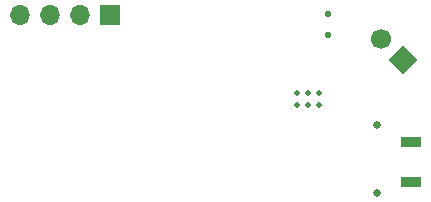
<source format=gbr>
G04 #@! TF.GenerationSoftware,KiCad,Pcbnew,(6.0.0)*
G04 #@! TF.CreationDate,2022-10-31T23:33:13+09:00*
G04 #@! TF.ProjectId,culturit_tx,63756c74-7572-4697-945f-74782e6b6963,rev?*
G04 #@! TF.SameCoordinates,Original*
G04 #@! TF.FileFunction,Soldermask,Bot*
G04 #@! TF.FilePolarity,Negative*
%FSLAX46Y46*%
G04 Gerber Fmt 4.6, Leading zero omitted, Abs format (unit mm)*
G04 Created by KiCad (PCBNEW (6.0.0)) date 2022-10-31 23:33:13*
%MOMM*%
%LPD*%
G01*
G04 APERTURE LIST*
G04 Aperture macros list*
%AMHorizOval*
0 Thick line with rounded ends*
0 $1 width*
0 $2 $3 position (X,Y) of the first rounded end (center of the circle)*
0 $4 $5 position (X,Y) of the second rounded end (center of the circle)*
0 Add line between two ends*
20,1,$1,$2,$3,$4,$5,0*
0 Add two circle primitives to create the rounded ends*
1,1,$1,$2,$3*
1,1,$1,$4,$5*%
%AMRotRect*
0 Rectangle, with rotation*
0 The origin of the aperture is its center*
0 $1 length*
0 $2 width*
0 $3 Rotation angle, in degrees counterclockwise*
0 Add horizontal line*
21,1,$1,$2,0,0,$3*%
G04 Aperture macros list end*
%ADD10R,1.700000X0.900000*%
%ADD11C,0.650000*%
%ADD12C,0.500000*%
%ADD13R,1.700000X1.700000*%
%ADD14O,1.700000X1.700000*%
%ADD15C,0.550000*%
%ADD16RotRect,1.700000X1.700000X45.000000*%
%ADD17HorizOval,1.700000X0.000000X0.000000X0.000000X0.000000X0*%
G04 APERTURE END LIST*
D10*
X53000000Y-28050000D03*
X53000000Y-31450000D03*
D11*
X50147000Y-26610000D03*
X50147000Y-32390000D03*
D12*
X45182500Y-24900000D03*
X44282500Y-24900000D03*
X43382500Y-24900000D03*
X45182500Y-23900000D03*
X44282500Y-23900000D03*
X43382500Y-23900000D03*
D13*
X27550000Y-17250000D03*
D14*
X25010000Y-17250000D03*
X22470000Y-17250000D03*
X19930000Y-17250000D03*
D15*
X46000000Y-19000000D03*
X46000000Y-17200000D03*
D16*
X52301562Y-21101562D03*
D17*
X50505511Y-19305511D03*
M02*

</source>
